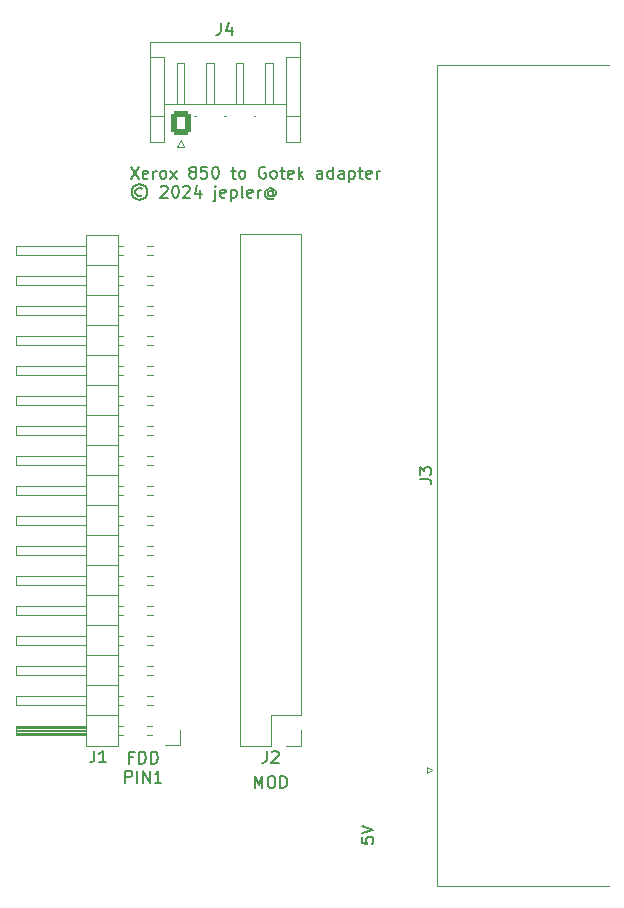
<source format=gto>
G04 #@! TF.GenerationSoftware,KiCad,Pcbnew,6.0.11+dfsg-1*
G04 #@! TF.CreationDate,2024-03-29T12:06:11-05:00*
G04 #@! TF.ProjectId,xerox-floppy-34,7865726f-782d-4666-9c6f-7070792d3334,rev?*
G04 #@! TF.SameCoordinates,Original*
G04 #@! TF.FileFunction,Legend,Top*
G04 #@! TF.FilePolarity,Positive*
%FSLAX46Y46*%
G04 Gerber Fmt 4.6, Leading zero omitted, Abs format (unit mm)*
G04 Created by KiCad (PCBNEW 6.0.11+dfsg-1) date 2024-03-29 12:06:11*
%MOMM*%
%LPD*%
G01*
G04 APERTURE LIST*
G04 Aperture macros list*
%AMRoundRect*
0 Rectangle with rounded corners*
0 $1 Rounding radius*
0 $2 $3 $4 $5 $6 $7 $8 $9 X,Y pos of 4 corners*
0 Add a 4 corners polygon primitive as box body*
4,1,4,$2,$3,$4,$5,$6,$7,$8,$9,$2,$3,0*
0 Add four circle primitives for the rounded corners*
1,1,$1+$1,$2,$3*
1,1,$1+$1,$4,$5*
1,1,$1+$1,$6,$7*
1,1,$1+$1,$8,$9*
0 Add four rect primitives between the rounded corners*
20,1,$1+$1,$2,$3,$4,$5,0*
20,1,$1+$1,$4,$5,$6,$7,0*
20,1,$1+$1,$6,$7,$8,$9,0*
20,1,$1+$1,$8,$9,$2,$3,0*%
G04 Aperture macros list end*
%ADD10C,0.150000*%
%ADD11C,0.120000*%
%ADD12C,1.600000*%
%ADD13R,1.600000X1.600000*%
%ADD14C,4.000000*%
%ADD15RoundRect,0.250000X-0.600000X-0.725000X0.600000X-0.725000X0.600000X0.725000X-0.600000X0.725000X0*%
%ADD16O,1.700000X1.950000*%
%ADD17R,1.700000X1.700000*%
%ADD18O,1.700000X1.700000*%
G04 APERTURE END LIST*
D10*
X120102380Y-136715476D02*
X120102380Y-137191666D01*
X120578571Y-137239285D01*
X120530952Y-137191666D01*
X120483333Y-137096428D01*
X120483333Y-136858333D01*
X120530952Y-136763095D01*
X120578571Y-136715476D01*
X120673809Y-136667857D01*
X120911904Y-136667857D01*
X121007142Y-136715476D01*
X121054761Y-136763095D01*
X121102380Y-136858333D01*
X121102380Y-137096428D01*
X121054761Y-137191666D01*
X121007142Y-137239285D01*
X120102380Y-136382142D02*
X121102380Y-136048809D01*
X120102380Y-135715476D01*
X100570357Y-79927380D02*
X101237023Y-80927380D01*
X101237023Y-79927380D02*
X100570357Y-80927380D01*
X101998928Y-80879761D02*
X101903690Y-80927380D01*
X101713214Y-80927380D01*
X101617976Y-80879761D01*
X101570357Y-80784523D01*
X101570357Y-80403571D01*
X101617976Y-80308333D01*
X101713214Y-80260714D01*
X101903690Y-80260714D01*
X101998928Y-80308333D01*
X102046547Y-80403571D01*
X102046547Y-80498809D01*
X101570357Y-80594047D01*
X102475119Y-80927380D02*
X102475119Y-80260714D01*
X102475119Y-80451190D02*
X102522738Y-80355952D01*
X102570357Y-80308333D01*
X102665595Y-80260714D01*
X102760833Y-80260714D01*
X103237023Y-80927380D02*
X103141785Y-80879761D01*
X103094166Y-80832142D01*
X103046547Y-80736904D01*
X103046547Y-80451190D01*
X103094166Y-80355952D01*
X103141785Y-80308333D01*
X103237023Y-80260714D01*
X103379880Y-80260714D01*
X103475119Y-80308333D01*
X103522738Y-80355952D01*
X103570357Y-80451190D01*
X103570357Y-80736904D01*
X103522738Y-80832142D01*
X103475119Y-80879761D01*
X103379880Y-80927380D01*
X103237023Y-80927380D01*
X103903690Y-80927380D02*
X104427500Y-80260714D01*
X103903690Y-80260714D02*
X104427500Y-80927380D01*
X105713214Y-80355952D02*
X105617976Y-80308333D01*
X105570357Y-80260714D01*
X105522738Y-80165476D01*
X105522738Y-80117857D01*
X105570357Y-80022619D01*
X105617976Y-79975000D01*
X105713214Y-79927380D01*
X105903690Y-79927380D01*
X105998928Y-79975000D01*
X106046547Y-80022619D01*
X106094166Y-80117857D01*
X106094166Y-80165476D01*
X106046547Y-80260714D01*
X105998928Y-80308333D01*
X105903690Y-80355952D01*
X105713214Y-80355952D01*
X105617976Y-80403571D01*
X105570357Y-80451190D01*
X105522738Y-80546428D01*
X105522738Y-80736904D01*
X105570357Y-80832142D01*
X105617976Y-80879761D01*
X105713214Y-80927380D01*
X105903690Y-80927380D01*
X105998928Y-80879761D01*
X106046547Y-80832142D01*
X106094166Y-80736904D01*
X106094166Y-80546428D01*
X106046547Y-80451190D01*
X105998928Y-80403571D01*
X105903690Y-80355952D01*
X106998928Y-79927380D02*
X106522738Y-79927380D01*
X106475119Y-80403571D01*
X106522738Y-80355952D01*
X106617976Y-80308333D01*
X106856071Y-80308333D01*
X106951309Y-80355952D01*
X106998928Y-80403571D01*
X107046547Y-80498809D01*
X107046547Y-80736904D01*
X106998928Y-80832142D01*
X106951309Y-80879761D01*
X106856071Y-80927380D01*
X106617976Y-80927380D01*
X106522738Y-80879761D01*
X106475119Y-80832142D01*
X107665595Y-79927380D02*
X107760833Y-79927380D01*
X107856071Y-79975000D01*
X107903690Y-80022619D01*
X107951309Y-80117857D01*
X107998928Y-80308333D01*
X107998928Y-80546428D01*
X107951309Y-80736904D01*
X107903690Y-80832142D01*
X107856071Y-80879761D01*
X107760833Y-80927380D01*
X107665595Y-80927380D01*
X107570357Y-80879761D01*
X107522738Y-80832142D01*
X107475119Y-80736904D01*
X107427500Y-80546428D01*
X107427500Y-80308333D01*
X107475119Y-80117857D01*
X107522738Y-80022619D01*
X107570357Y-79975000D01*
X107665595Y-79927380D01*
X109046547Y-80260714D02*
X109427500Y-80260714D01*
X109189404Y-79927380D02*
X109189404Y-80784523D01*
X109237023Y-80879761D01*
X109332261Y-80927380D01*
X109427500Y-80927380D01*
X109903690Y-80927380D02*
X109808452Y-80879761D01*
X109760833Y-80832142D01*
X109713214Y-80736904D01*
X109713214Y-80451190D01*
X109760833Y-80355952D01*
X109808452Y-80308333D01*
X109903690Y-80260714D01*
X110046547Y-80260714D01*
X110141785Y-80308333D01*
X110189404Y-80355952D01*
X110237023Y-80451190D01*
X110237023Y-80736904D01*
X110189404Y-80832142D01*
X110141785Y-80879761D01*
X110046547Y-80927380D01*
X109903690Y-80927380D01*
X111951309Y-79975000D02*
X111856071Y-79927380D01*
X111713214Y-79927380D01*
X111570357Y-79975000D01*
X111475119Y-80070238D01*
X111427500Y-80165476D01*
X111379880Y-80355952D01*
X111379880Y-80498809D01*
X111427500Y-80689285D01*
X111475119Y-80784523D01*
X111570357Y-80879761D01*
X111713214Y-80927380D01*
X111808452Y-80927380D01*
X111951309Y-80879761D01*
X111998928Y-80832142D01*
X111998928Y-80498809D01*
X111808452Y-80498809D01*
X112570357Y-80927380D02*
X112475119Y-80879761D01*
X112427500Y-80832142D01*
X112379880Y-80736904D01*
X112379880Y-80451190D01*
X112427500Y-80355952D01*
X112475119Y-80308333D01*
X112570357Y-80260714D01*
X112713214Y-80260714D01*
X112808452Y-80308333D01*
X112856071Y-80355952D01*
X112903690Y-80451190D01*
X112903690Y-80736904D01*
X112856071Y-80832142D01*
X112808452Y-80879761D01*
X112713214Y-80927380D01*
X112570357Y-80927380D01*
X113189404Y-80260714D02*
X113570357Y-80260714D01*
X113332261Y-79927380D02*
X113332261Y-80784523D01*
X113379880Y-80879761D01*
X113475119Y-80927380D01*
X113570357Y-80927380D01*
X114284642Y-80879761D02*
X114189404Y-80927380D01*
X113998928Y-80927380D01*
X113903690Y-80879761D01*
X113856071Y-80784523D01*
X113856071Y-80403571D01*
X113903690Y-80308333D01*
X113998928Y-80260714D01*
X114189404Y-80260714D01*
X114284642Y-80308333D01*
X114332261Y-80403571D01*
X114332261Y-80498809D01*
X113856071Y-80594047D01*
X114760833Y-80927380D02*
X114760833Y-79927380D01*
X114856071Y-80546428D02*
X115141785Y-80927380D01*
X115141785Y-80260714D02*
X114760833Y-80641666D01*
X116760833Y-80927380D02*
X116760833Y-80403571D01*
X116713214Y-80308333D01*
X116617976Y-80260714D01*
X116427500Y-80260714D01*
X116332261Y-80308333D01*
X116760833Y-80879761D02*
X116665595Y-80927380D01*
X116427500Y-80927380D01*
X116332261Y-80879761D01*
X116284642Y-80784523D01*
X116284642Y-80689285D01*
X116332261Y-80594047D01*
X116427500Y-80546428D01*
X116665595Y-80546428D01*
X116760833Y-80498809D01*
X117665595Y-80927380D02*
X117665595Y-79927380D01*
X117665595Y-80879761D02*
X117570357Y-80927380D01*
X117379880Y-80927380D01*
X117284642Y-80879761D01*
X117237023Y-80832142D01*
X117189404Y-80736904D01*
X117189404Y-80451190D01*
X117237023Y-80355952D01*
X117284642Y-80308333D01*
X117379880Y-80260714D01*
X117570357Y-80260714D01*
X117665595Y-80308333D01*
X118570357Y-80927380D02*
X118570357Y-80403571D01*
X118522738Y-80308333D01*
X118427500Y-80260714D01*
X118237023Y-80260714D01*
X118141785Y-80308333D01*
X118570357Y-80879761D02*
X118475119Y-80927380D01*
X118237023Y-80927380D01*
X118141785Y-80879761D01*
X118094166Y-80784523D01*
X118094166Y-80689285D01*
X118141785Y-80594047D01*
X118237023Y-80546428D01*
X118475119Y-80546428D01*
X118570357Y-80498809D01*
X119046547Y-80260714D02*
X119046547Y-81260714D01*
X119046547Y-80308333D02*
X119141785Y-80260714D01*
X119332261Y-80260714D01*
X119427500Y-80308333D01*
X119475119Y-80355952D01*
X119522738Y-80451190D01*
X119522738Y-80736904D01*
X119475119Y-80832142D01*
X119427500Y-80879761D01*
X119332261Y-80927380D01*
X119141785Y-80927380D01*
X119046547Y-80879761D01*
X119808452Y-80260714D02*
X120189404Y-80260714D01*
X119951309Y-79927380D02*
X119951309Y-80784523D01*
X119998928Y-80879761D01*
X120094166Y-80927380D01*
X120189404Y-80927380D01*
X120903690Y-80879761D02*
X120808452Y-80927380D01*
X120617976Y-80927380D01*
X120522738Y-80879761D01*
X120475119Y-80784523D01*
X120475119Y-80403571D01*
X120522738Y-80308333D01*
X120617976Y-80260714D01*
X120808452Y-80260714D01*
X120903690Y-80308333D01*
X120951309Y-80403571D01*
X120951309Y-80498809D01*
X120475119Y-80594047D01*
X121379880Y-80927380D02*
X121379880Y-80260714D01*
X121379880Y-80451190D02*
X121427500Y-80355952D01*
X121475119Y-80308333D01*
X121570357Y-80260714D01*
X121665595Y-80260714D01*
X101475119Y-81775476D02*
X101379880Y-81727857D01*
X101189404Y-81727857D01*
X101094166Y-81775476D01*
X100998928Y-81870714D01*
X100951309Y-81965952D01*
X100951309Y-82156428D01*
X100998928Y-82251666D01*
X101094166Y-82346904D01*
X101189404Y-82394523D01*
X101379880Y-82394523D01*
X101475119Y-82346904D01*
X101284642Y-81394523D02*
X101046547Y-81442142D01*
X100808452Y-81585000D01*
X100665595Y-81823095D01*
X100617976Y-82061190D01*
X100665595Y-82299285D01*
X100808452Y-82537380D01*
X101046547Y-82680238D01*
X101284642Y-82727857D01*
X101522738Y-82680238D01*
X101760833Y-82537380D01*
X101903690Y-82299285D01*
X101951309Y-82061190D01*
X101903690Y-81823095D01*
X101760833Y-81585000D01*
X101522738Y-81442142D01*
X101284642Y-81394523D01*
X103094166Y-81632619D02*
X103141785Y-81585000D01*
X103237023Y-81537380D01*
X103475119Y-81537380D01*
X103570357Y-81585000D01*
X103617976Y-81632619D01*
X103665595Y-81727857D01*
X103665595Y-81823095D01*
X103617976Y-81965952D01*
X103046547Y-82537380D01*
X103665595Y-82537380D01*
X104284642Y-81537380D02*
X104379880Y-81537380D01*
X104475119Y-81585000D01*
X104522738Y-81632619D01*
X104570357Y-81727857D01*
X104617976Y-81918333D01*
X104617976Y-82156428D01*
X104570357Y-82346904D01*
X104522738Y-82442142D01*
X104475119Y-82489761D01*
X104379880Y-82537380D01*
X104284642Y-82537380D01*
X104189404Y-82489761D01*
X104141785Y-82442142D01*
X104094166Y-82346904D01*
X104046547Y-82156428D01*
X104046547Y-81918333D01*
X104094166Y-81727857D01*
X104141785Y-81632619D01*
X104189404Y-81585000D01*
X104284642Y-81537380D01*
X104998928Y-81632619D02*
X105046547Y-81585000D01*
X105141785Y-81537380D01*
X105379880Y-81537380D01*
X105475119Y-81585000D01*
X105522738Y-81632619D01*
X105570357Y-81727857D01*
X105570357Y-81823095D01*
X105522738Y-81965952D01*
X104951309Y-82537380D01*
X105570357Y-82537380D01*
X106427500Y-81870714D02*
X106427500Y-82537380D01*
X106189404Y-81489761D02*
X105951309Y-82204047D01*
X106570357Y-82204047D01*
X107713214Y-81870714D02*
X107713214Y-82727857D01*
X107665595Y-82823095D01*
X107570357Y-82870714D01*
X107522738Y-82870714D01*
X107713214Y-81537380D02*
X107665595Y-81585000D01*
X107713214Y-81632619D01*
X107760833Y-81585000D01*
X107713214Y-81537380D01*
X107713214Y-81632619D01*
X108570357Y-82489761D02*
X108475119Y-82537380D01*
X108284642Y-82537380D01*
X108189404Y-82489761D01*
X108141785Y-82394523D01*
X108141785Y-82013571D01*
X108189404Y-81918333D01*
X108284642Y-81870714D01*
X108475119Y-81870714D01*
X108570357Y-81918333D01*
X108617976Y-82013571D01*
X108617976Y-82108809D01*
X108141785Y-82204047D01*
X109046547Y-81870714D02*
X109046547Y-82870714D01*
X109046547Y-81918333D02*
X109141785Y-81870714D01*
X109332261Y-81870714D01*
X109427500Y-81918333D01*
X109475119Y-81965952D01*
X109522738Y-82061190D01*
X109522738Y-82346904D01*
X109475119Y-82442142D01*
X109427500Y-82489761D01*
X109332261Y-82537380D01*
X109141785Y-82537380D01*
X109046547Y-82489761D01*
X110094166Y-82537380D02*
X109998928Y-82489761D01*
X109951309Y-82394523D01*
X109951309Y-81537380D01*
X110856071Y-82489761D02*
X110760833Y-82537380D01*
X110570357Y-82537380D01*
X110475119Y-82489761D01*
X110427500Y-82394523D01*
X110427500Y-82013571D01*
X110475119Y-81918333D01*
X110570357Y-81870714D01*
X110760833Y-81870714D01*
X110856071Y-81918333D01*
X110903690Y-82013571D01*
X110903690Y-82108809D01*
X110427500Y-82204047D01*
X111332261Y-82537380D02*
X111332261Y-81870714D01*
X111332261Y-82061190D02*
X111379880Y-81965952D01*
X111427500Y-81918333D01*
X111522738Y-81870714D01*
X111617976Y-81870714D01*
X112570357Y-82061190D02*
X112522738Y-82013571D01*
X112427500Y-81965952D01*
X112332261Y-81965952D01*
X112237023Y-82013571D01*
X112189404Y-82061190D01*
X112141785Y-82156428D01*
X112141785Y-82251666D01*
X112189404Y-82346904D01*
X112237023Y-82394523D01*
X112332261Y-82442142D01*
X112427500Y-82442142D01*
X112522738Y-82394523D01*
X112570357Y-82346904D01*
X112570357Y-81965952D02*
X112570357Y-82346904D01*
X112617976Y-82394523D01*
X112665595Y-82394523D01*
X112760833Y-82346904D01*
X112808452Y-82251666D01*
X112808452Y-82013571D01*
X112713214Y-81870714D01*
X112570357Y-81775476D01*
X112379880Y-81727857D01*
X112189404Y-81775476D01*
X112046547Y-81870714D01*
X111951309Y-82013571D01*
X111903690Y-82204047D01*
X111951309Y-82394523D01*
X112046547Y-82537380D01*
X112189404Y-82632619D01*
X112379880Y-82680238D01*
X112570357Y-82632619D01*
X112713214Y-82537380D01*
X100742857Y-129933571D02*
X100409523Y-129933571D01*
X100409523Y-130457380D02*
X100409523Y-129457380D01*
X100885714Y-129457380D01*
X101266666Y-130457380D02*
X101266666Y-129457380D01*
X101504761Y-129457380D01*
X101647619Y-129505000D01*
X101742857Y-129600238D01*
X101790476Y-129695476D01*
X101838095Y-129885952D01*
X101838095Y-130028809D01*
X101790476Y-130219285D01*
X101742857Y-130314523D01*
X101647619Y-130409761D01*
X101504761Y-130457380D01*
X101266666Y-130457380D01*
X102266666Y-130457380D02*
X102266666Y-129457380D01*
X102504761Y-129457380D01*
X102647619Y-129505000D01*
X102742857Y-129600238D01*
X102790476Y-129695476D01*
X102838095Y-129885952D01*
X102838095Y-130028809D01*
X102790476Y-130219285D01*
X102742857Y-130314523D01*
X102647619Y-130409761D01*
X102504761Y-130457380D01*
X102266666Y-130457380D01*
X100100000Y-132067380D02*
X100100000Y-131067380D01*
X100480952Y-131067380D01*
X100576190Y-131115000D01*
X100623809Y-131162619D01*
X100671428Y-131257857D01*
X100671428Y-131400714D01*
X100623809Y-131495952D01*
X100576190Y-131543571D01*
X100480952Y-131591190D01*
X100100000Y-131591190D01*
X101100000Y-132067380D02*
X101100000Y-131067380D01*
X101576190Y-132067380D02*
X101576190Y-131067380D01*
X102147619Y-132067380D01*
X102147619Y-131067380D01*
X103147619Y-132067380D02*
X102576190Y-132067380D01*
X102861904Y-132067380D02*
X102861904Y-131067380D01*
X102766666Y-131210238D01*
X102671428Y-131305476D01*
X102576190Y-131353095D01*
X111037857Y-132532380D02*
X111037857Y-131532380D01*
X111371190Y-132246666D01*
X111704523Y-131532380D01*
X111704523Y-132532380D01*
X112371190Y-131532380D02*
X112561666Y-131532380D01*
X112656904Y-131580000D01*
X112752142Y-131675238D01*
X112799761Y-131865714D01*
X112799761Y-132199047D01*
X112752142Y-132389523D01*
X112656904Y-132484761D01*
X112561666Y-132532380D01*
X112371190Y-132532380D01*
X112275952Y-132484761D01*
X112180714Y-132389523D01*
X112133095Y-132199047D01*
X112133095Y-131865714D01*
X112180714Y-131675238D01*
X112275952Y-131580000D01*
X112371190Y-131532380D01*
X113228333Y-132532380D02*
X113228333Y-131532380D01*
X113466428Y-131532380D01*
X113609285Y-131580000D01*
X113704523Y-131675238D01*
X113752142Y-131770476D01*
X113799761Y-131960952D01*
X113799761Y-132103809D01*
X113752142Y-132294285D01*
X113704523Y-132389523D01*
X113609285Y-132484761D01*
X113466428Y-132532380D01*
X113228333Y-132532380D01*
X125002049Y-106373333D02*
X125716335Y-106373333D01*
X125859192Y-106420952D01*
X125954430Y-106516190D01*
X126002049Y-106659047D01*
X126002049Y-106754285D01*
X125002049Y-105992380D02*
X125002049Y-105373333D01*
X125383002Y-105706666D01*
X125383002Y-105563809D01*
X125430621Y-105468571D01*
X125478240Y-105420952D01*
X125573478Y-105373333D01*
X125811573Y-105373333D01*
X125906811Y-105420952D01*
X125954430Y-105468571D01*
X126002049Y-105563809D01*
X126002049Y-105849523D01*
X125954430Y-105944761D01*
X125906811Y-105992380D01*
X108191666Y-67752380D02*
X108191666Y-68466666D01*
X108144047Y-68609523D01*
X108048809Y-68704761D01*
X107905952Y-68752380D01*
X107810714Y-68752380D01*
X109096428Y-68085714D02*
X109096428Y-68752380D01*
X108858333Y-67704761D02*
X108620238Y-68419047D01*
X109239285Y-68419047D01*
X112061666Y-129417380D02*
X112061666Y-130131666D01*
X112014047Y-130274523D01*
X111918809Y-130369761D01*
X111775952Y-130417380D01*
X111680714Y-130417380D01*
X112490238Y-129512619D02*
X112537857Y-129465000D01*
X112633095Y-129417380D01*
X112871190Y-129417380D01*
X112966428Y-129465000D01*
X113014047Y-129512619D01*
X113061666Y-129607857D01*
X113061666Y-129703095D01*
X113014047Y-129845952D01*
X112442619Y-130417380D01*
X113061666Y-130417380D01*
X97451666Y-129362380D02*
X97451666Y-130076666D01*
X97404047Y-130219523D01*
X97308809Y-130314761D01*
X97165952Y-130362380D01*
X97070714Y-130362380D01*
X98451666Y-130362380D02*
X97880238Y-130362380D01*
X98165952Y-130362380D02*
X98165952Y-129362380D01*
X98070714Y-129505238D01*
X97975476Y-129600476D01*
X97880238Y-129648095D01*
D11*
X126489669Y-71280000D02*
X141029669Y-71280000D01*
X126489669Y-140800000D02*
X126489669Y-71280000D01*
X125595331Y-130720000D02*
X126028344Y-130970000D01*
X141029669Y-140800000D02*
X126489669Y-140800000D01*
X125595331Y-131220000D02*
X125595331Y-130720000D01*
X126028344Y-130970000D02*
X125595331Y-131220000D01*
X106955000Y-74610000D02*
X106955000Y-71190000D01*
X113665000Y-70610000D02*
X113665000Y-75610000D01*
X111955000Y-71190000D02*
X112275000Y-71110000D01*
X104775000Y-74610000D02*
X104455000Y-74610000D01*
X108445000Y-75610000D02*
X108605000Y-75610000D01*
X105095000Y-71190000D02*
X105095000Y-74610000D01*
X109775000Y-71110000D02*
X110095000Y-71190000D01*
X107595000Y-74610000D02*
X107275000Y-74610000D01*
X112595000Y-71190000D02*
X112595000Y-74610000D01*
X106955000Y-71190000D02*
X107275000Y-71110000D01*
X104775000Y-77700000D02*
X104475000Y-78300000D01*
X103385000Y-75610000D02*
X103385000Y-77810000D01*
X107275000Y-74610000D02*
X106955000Y-74610000D01*
X114885000Y-77810000D02*
X113665000Y-77810000D01*
X102165000Y-70610000D02*
X103385000Y-70610000D01*
X114885000Y-70610000D02*
X113665000Y-70610000D01*
X104455000Y-71190000D02*
X104775000Y-71110000D01*
X113665000Y-75610000D02*
X114885000Y-75610000D01*
X112275000Y-74610000D02*
X111955000Y-74610000D01*
X112275000Y-71110000D02*
X112595000Y-71190000D01*
X105075000Y-78300000D02*
X104775000Y-77700000D01*
X105095000Y-74610000D02*
X104775000Y-74610000D01*
X110095000Y-71190000D02*
X110095000Y-74610000D01*
X111955000Y-74610000D02*
X111955000Y-71190000D01*
X102165000Y-77810000D02*
X102165000Y-69390000D01*
X103385000Y-77810000D02*
X102165000Y-77810000D01*
X107275000Y-71110000D02*
X107595000Y-71190000D01*
X105945000Y-75610000D02*
X106105000Y-75610000D01*
X104455000Y-74610000D02*
X104455000Y-71190000D01*
X114885000Y-69390000D02*
X114885000Y-77810000D01*
X104775000Y-71110000D02*
X105095000Y-71190000D01*
X104475000Y-78300000D02*
X105075000Y-78300000D01*
X109455000Y-74610000D02*
X109455000Y-71190000D01*
X102165000Y-69390000D02*
X114885000Y-69390000D01*
X110945000Y-75610000D02*
X111105000Y-75610000D01*
X110095000Y-74610000D02*
X109775000Y-74610000D01*
X103385000Y-70610000D02*
X103385000Y-75610000D01*
X103385000Y-74610000D02*
X113665000Y-74610000D01*
X103385000Y-75610000D02*
X102165000Y-75610000D01*
X112595000Y-74610000D02*
X112275000Y-74610000D01*
X109455000Y-71190000D02*
X109775000Y-71110000D01*
X107595000Y-71190000D02*
X107595000Y-74610000D01*
X113665000Y-77810000D02*
X113665000Y-75610000D01*
X109775000Y-74610000D02*
X109455000Y-74610000D01*
X114995000Y-127635000D02*
X114995000Y-128965000D01*
X112395000Y-128965000D02*
X109795000Y-128965000D01*
X114995000Y-128965000D02*
X113665000Y-128965000D01*
X114995000Y-126365000D02*
X114995000Y-85665000D01*
X114995000Y-85665000D02*
X109795000Y-85665000D01*
X112395000Y-126365000D02*
X112395000Y-128965000D01*
X109795000Y-128965000D02*
X109795000Y-85665000D01*
X114995000Y-126365000D02*
X112395000Y-126365000D01*
X104710000Y-128910000D02*
X103440000Y-128910000D01*
X99460000Y-126370000D02*
X96800000Y-126370000D01*
X90800000Y-124720000D02*
X96800000Y-124720000D01*
X90800000Y-101860000D02*
X96800000Y-101860000D01*
X99857071Y-101860000D02*
X99460000Y-101860000D01*
X99857071Y-96780000D02*
X99460000Y-96780000D01*
X99857071Y-99320000D02*
X99460000Y-99320000D01*
X90800000Y-86620000D02*
X96800000Y-86620000D01*
X102397071Y-99320000D02*
X101942929Y-99320000D01*
X102397071Y-119640000D02*
X101942929Y-119640000D01*
X90800000Y-89920000D02*
X90800000Y-89160000D01*
X99460000Y-93350000D02*
X96800000Y-93350000D01*
X99460000Y-116210000D02*
X96800000Y-116210000D01*
X96800000Y-87380000D02*
X90800000Y-87380000D01*
X99460000Y-123830000D02*
X96800000Y-123830000D01*
X99460000Y-111130000D02*
X96800000Y-111130000D01*
X90800000Y-94240000D02*
X96800000Y-94240000D01*
X99460000Y-103510000D02*
X96800000Y-103510000D01*
X99857071Y-92460000D02*
X99460000Y-92460000D01*
X99460000Y-100970000D02*
X96800000Y-100970000D01*
X90800000Y-109480000D02*
X96800000Y-109480000D01*
X102397071Y-89920000D02*
X101942929Y-89920000D01*
X102397071Y-120400000D02*
X101942929Y-120400000D01*
X102330000Y-128020000D02*
X101942929Y-128020000D01*
X99857071Y-100080000D02*
X99460000Y-100080000D01*
X102397071Y-91700000D02*
X101942929Y-91700000D01*
X99857071Y-128020000D02*
X99460000Y-128020000D01*
X99460000Y-108590000D02*
X96800000Y-108590000D01*
X90800000Y-127260000D02*
X96800000Y-127260000D01*
X90800000Y-95000000D02*
X90800000Y-94240000D01*
X102397071Y-101860000D02*
X101942929Y-101860000D01*
X99857071Y-114560000D02*
X99460000Y-114560000D01*
X90800000Y-87380000D02*
X90800000Y-86620000D01*
X99460000Y-113670000D02*
X96800000Y-113670000D01*
X90800000Y-112780000D02*
X90800000Y-112020000D01*
X102397071Y-114560000D02*
X101942929Y-114560000D01*
X99857071Y-110240000D02*
X99460000Y-110240000D01*
X102397071Y-112020000D02*
X101942929Y-112020000D01*
X96800000Y-100080000D02*
X90800000Y-100080000D01*
X102397071Y-106940000D02*
X101942929Y-106940000D01*
X90800000Y-122180000D02*
X96800000Y-122180000D01*
X99857071Y-89920000D02*
X99460000Y-89920000D01*
X96800000Y-115320000D02*
X90800000Y-115320000D01*
X90800000Y-89160000D02*
X96800000Y-89160000D01*
X99857071Y-104400000D02*
X99460000Y-104400000D01*
X99460000Y-106050000D02*
X96800000Y-106050000D01*
X102397071Y-110240000D02*
X101942929Y-110240000D01*
X96800000Y-122940000D02*
X90800000Y-122940000D01*
X90800000Y-117860000D02*
X90800000Y-117100000D01*
X99857071Y-124720000D02*
X99460000Y-124720000D01*
X96800000Y-128020000D02*
X90800000Y-128020000D01*
X99857071Y-112780000D02*
X99460000Y-112780000D01*
X90800000Y-125480000D02*
X90800000Y-124720000D01*
X90800000Y-122940000D02*
X90800000Y-122180000D01*
X99460000Y-121290000D02*
X96800000Y-121290000D01*
X90800000Y-117100000D02*
X96800000Y-117100000D01*
X102397071Y-86620000D02*
X101942929Y-86620000D01*
X104710000Y-127640000D02*
X104710000Y-128910000D01*
X99857071Y-119640000D02*
X99460000Y-119640000D01*
X90800000Y-115320000D02*
X90800000Y-114560000D01*
X102397071Y-94240000D02*
X101942929Y-94240000D01*
X99460000Y-98430000D02*
X96800000Y-98430000D01*
X99857071Y-122940000D02*
X99460000Y-122940000D01*
X102397071Y-97540000D02*
X101942929Y-97540000D01*
X99857071Y-127260000D02*
X99460000Y-127260000D01*
X96800000Y-92460000D02*
X90800000Y-92460000D01*
X99857071Y-109480000D02*
X99460000Y-109480000D01*
X99857071Y-105160000D02*
X99460000Y-105160000D01*
X96800000Y-102620000D02*
X90800000Y-102620000D01*
X99460000Y-88270000D02*
X96800000Y-88270000D01*
X96800000Y-112780000D02*
X90800000Y-112780000D01*
X90800000Y-100080000D02*
X90800000Y-99320000D01*
X90800000Y-96780000D02*
X96800000Y-96780000D01*
X96800000Y-120400000D02*
X90800000Y-120400000D01*
X90800000Y-92460000D02*
X90800000Y-91700000D01*
X96800000Y-95000000D02*
X90800000Y-95000000D01*
X99857071Y-97540000D02*
X99460000Y-97540000D01*
X99857071Y-120400000D02*
X99460000Y-120400000D01*
X90800000Y-112020000D02*
X96800000Y-112020000D01*
X102397071Y-96780000D02*
X101942929Y-96780000D01*
X96800000Y-127960000D02*
X90800000Y-127960000D01*
X96800000Y-127360000D02*
X90800000Y-127360000D01*
X102397071Y-115320000D02*
X101942929Y-115320000D01*
X90800000Y-106940000D02*
X96800000Y-106940000D01*
X102397071Y-104400000D02*
X101942929Y-104400000D01*
X99857071Y-115320000D02*
X99460000Y-115320000D01*
X96800000Y-85670000D02*
X96800000Y-128970000D01*
X99857071Y-95000000D02*
X99460000Y-95000000D01*
X102330000Y-127260000D02*
X101942929Y-127260000D01*
X99460000Y-85670000D02*
X96800000Y-85670000D01*
X102397071Y-122940000D02*
X101942929Y-122940000D01*
X90800000Y-99320000D02*
X96800000Y-99320000D01*
X99857071Y-87380000D02*
X99460000Y-87380000D01*
X99857071Y-89160000D02*
X99460000Y-89160000D01*
X99857071Y-122180000D02*
X99460000Y-122180000D01*
X90800000Y-107700000D02*
X90800000Y-106940000D01*
X90800000Y-91700000D02*
X96800000Y-91700000D01*
X102397071Y-117100000D02*
X101942929Y-117100000D01*
X96800000Y-127720000D02*
X90800000Y-127720000D01*
X90800000Y-110240000D02*
X90800000Y-109480000D01*
X99857071Y-112020000D02*
X99460000Y-112020000D01*
X90800000Y-114560000D02*
X96800000Y-114560000D01*
X102397071Y-102620000D02*
X101942929Y-102620000D01*
X96800000Y-128970000D02*
X99460000Y-128970000D01*
X102397071Y-89160000D02*
X101942929Y-89160000D01*
X99857071Y-117100000D02*
X99460000Y-117100000D01*
X96800000Y-110240000D02*
X90800000Y-110240000D01*
X96800000Y-127840000D02*
X90800000Y-127840000D01*
X90800000Y-128020000D02*
X90800000Y-127260000D01*
X99857071Y-106940000D02*
X99460000Y-106940000D01*
X96800000Y-117860000D02*
X90800000Y-117860000D01*
X96800000Y-107700000D02*
X90800000Y-107700000D01*
X102397071Y-109480000D02*
X101942929Y-109480000D01*
X102397071Y-122180000D02*
X101942929Y-122180000D01*
X96800000Y-89920000D02*
X90800000Y-89920000D01*
X96800000Y-127480000D02*
X90800000Y-127480000D01*
X102397071Y-107700000D02*
X101942929Y-107700000D01*
X99460000Y-90810000D02*
X96800000Y-90810000D01*
X96800000Y-125480000D02*
X90800000Y-125480000D01*
X102397071Y-95000000D02*
X101942929Y-95000000D01*
X99857071Y-94240000D02*
X99460000Y-94240000D01*
X90800000Y-105160000D02*
X90800000Y-104400000D01*
X99460000Y-128970000D02*
X99460000Y-85670000D01*
X90800000Y-97540000D02*
X90800000Y-96780000D01*
X102397071Y-105160000D02*
X101942929Y-105160000D01*
X99857071Y-91700000D02*
X99460000Y-91700000D01*
X102397071Y-117860000D02*
X101942929Y-117860000D01*
X90800000Y-119640000D02*
X96800000Y-119640000D01*
X90800000Y-104400000D02*
X96800000Y-104400000D01*
X99857071Y-117860000D02*
X99460000Y-117860000D01*
X99857071Y-107700000D02*
X99460000Y-107700000D01*
X99857071Y-102620000D02*
X99460000Y-102620000D01*
X102397071Y-112780000D02*
X101942929Y-112780000D01*
X90800000Y-120400000D02*
X90800000Y-119640000D01*
X96800000Y-127600000D02*
X90800000Y-127600000D01*
X99460000Y-118750000D02*
X96800000Y-118750000D01*
X96800000Y-97540000D02*
X90800000Y-97540000D01*
X96800000Y-105160000D02*
X90800000Y-105160000D01*
X102397071Y-100080000D02*
X101942929Y-100080000D01*
X99857071Y-125480000D02*
X99460000Y-125480000D01*
X102397071Y-124720000D02*
X101942929Y-124720000D01*
X102397071Y-125480000D02*
X101942929Y-125480000D01*
X99460000Y-95890000D02*
X96800000Y-95890000D01*
X102397071Y-92460000D02*
X101942929Y-92460000D01*
X99857071Y-86620000D02*
X99460000Y-86620000D01*
X102397071Y-87380000D02*
X101942929Y-87380000D01*
X90800000Y-102620000D02*
X90800000Y-101860000D01*
%LPC*%
D12*
X131189669Y-82495000D03*
X131189669Y-85265000D03*
X131189669Y-88035000D03*
X131189669Y-90805000D03*
X131189669Y-93575000D03*
X131189669Y-96345000D03*
X131189669Y-99115000D03*
X131189669Y-101885000D03*
X131189669Y-104655000D03*
X131189669Y-107425000D03*
X131189669Y-110195000D03*
X131189669Y-112965000D03*
X131189669Y-115735000D03*
X131189669Y-118505000D03*
X131189669Y-121275000D03*
X131189669Y-124045000D03*
X131189669Y-126815000D03*
X131189669Y-129585000D03*
X128349669Y-81110000D03*
X128349669Y-83880000D03*
X128349669Y-86650000D03*
X128349669Y-89420000D03*
X128349669Y-92190000D03*
X128349669Y-94960000D03*
X128349669Y-97730000D03*
X128349669Y-100500000D03*
X128349669Y-103270000D03*
X128349669Y-106040000D03*
X128349669Y-108810000D03*
X128349669Y-111580000D03*
X128349669Y-114350000D03*
X128349669Y-117120000D03*
X128349669Y-119890000D03*
X128349669Y-122660000D03*
X128349669Y-125430000D03*
X128349669Y-128200000D03*
D13*
X128349669Y-130970000D03*
D14*
X129769669Y-137790000D03*
X129769669Y-74290000D03*
D15*
X104775000Y-76200000D03*
D16*
X107275000Y-76200000D03*
X109775000Y-76200000D03*
X112275000Y-76200000D03*
D17*
X113665000Y-127635000D03*
D18*
X111125000Y-127635000D03*
X113665000Y-125095000D03*
X111125000Y-125095000D03*
X113665000Y-122555000D03*
X111125000Y-122555000D03*
X113665000Y-120015000D03*
X111125000Y-120015000D03*
X113665000Y-117475000D03*
X111125000Y-117475000D03*
X113665000Y-114935000D03*
X111125000Y-114935000D03*
X113665000Y-112395000D03*
X111125000Y-112395000D03*
X113665000Y-109855000D03*
X111125000Y-109855000D03*
X113665000Y-107315000D03*
X111125000Y-107315000D03*
X113665000Y-104775000D03*
X111125000Y-104775000D03*
X113665000Y-102235000D03*
X111125000Y-102235000D03*
X113665000Y-99695000D03*
X111125000Y-99695000D03*
X113665000Y-97155000D03*
X111125000Y-97155000D03*
X113665000Y-94615000D03*
X111125000Y-94615000D03*
X113665000Y-92075000D03*
X111125000Y-92075000D03*
X113665000Y-89535000D03*
X111125000Y-89535000D03*
X113665000Y-86995000D03*
X111125000Y-86995000D03*
D17*
X103440000Y-127640000D03*
D18*
X100900000Y-127640000D03*
X103440000Y-125100000D03*
X100900000Y-125100000D03*
X103440000Y-122560000D03*
X100900000Y-122560000D03*
X103440000Y-120020000D03*
X100900000Y-120020000D03*
X103440000Y-117480000D03*
X100900000Y-117480000D03*
X103440000Y-114940000D03*
X100900000Y-114940000D03*
X103440000Y-112400000D03*
X100900000Y-112400000D03*
X103440000Y-109860000D03*
X100900000Y-109860000D03*
X103440000Y-107320000D03*
X100900000Y-107320000D03*
X103440000Y-104780000D03*
X100900000Y-104780000D03*
X103440000Y-102240000D03*
X100900000Y-102240000D03*
X103440000Y-99700000D03*
X100900000Y-99700000D03*
X103440000Y-97160000D03*
X100900000Y-97160000D03*
X103440000Y-94620000D03*
X100900000Y-94620000D03*
X103440000Y-92080000D03*
X100900000Y-92080000D03*
X103440000Y-89540000D03*
X100900000Y-89540000D03*
X103440000Y-87000000D03*
X100900000Y-87000000D03*
M02*

</source>
